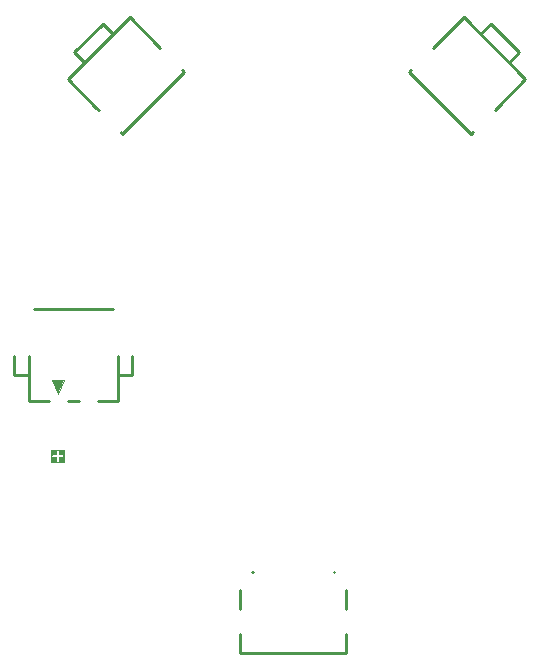
<source format=gbr>
%TF.GenerationSoftware,KiCad,Pcbnew,8.0.2*%
%TF.CreationDate,2024-07-05T22:45:24+08:00*%
%TF.ProjectId,controller,636f6e74-726f-46c6-9c65-722e6b696361,rev?*%
%TF.SameCoordinates,Original*%
%TF.FileFunction,Legend,Bot*%
%TF.FilePolarity,Positive*%
%FSLAX46Y46*%
G04 Gerber Fmt 4.6, Leading zero omitted, Abs format (unit mm)*
G04 Created by KiCad (PCBNEW 8.0.2) date 2024-07-05 22:45:24*
%MOMM*%
%LPD*%
G01*
G04 APERTURE LIST*
%ADD10C,0.150000*%
%ADD11C,0.254000*%
%ADD12C,0.120000*%
G04 APERTURE END LIST*
D10*
G36*
X103647890Y-91454489D02*
G01*
X102516646Y-91454489D01*
X102516646Y-90874234D01*
X102627757Y-90874234D01*
X102627757Y-90903498D01*
X102638956Y-90930534D01*
X102659648Y-90951226D01*
X102686684Y-90962425D01*
X102701316Y-90963866D01*
X103008113Y-90963296D01*
X103008709Y-91284451D01*
X103019908Y-91311487D01*
X103040600Y-91332179D01*
X103067636Y-91343378D01*
X103096900Y-91343378D01*
X103123936Y-91332179D01*
X103144628Y-91311487D01*
X103155827Y-91284451D01*
X103157268Y-91269819D01*
X103156698Y-90963020D01*
X103477852Y-90962425D01*
X103504888Y-90951226D01*
X103525580Y-90930534D01*
X103536779Y-90903498D01*
X103536779Y-90874234D01*
X103525580Y-90847198D01*
X103504888Y-90826506D01*
X103477852Y-90815307D01*
X103463220Y-90813866D01*
X103156422Y-90814435D01*
X103155827Y-90493282D01*
X103144628Y-90466246D01*
X103123936Y-90445554D01*
X103096900Y-90434355D01*
X103067636Y-90434355D01*
X103040600Y-90445554D01*
X103019908Y-90466246D01*
X103008709Y-90493282D01*
X103007268Y-90507914D01*
X103007837Y-90814711D01*
X102686684Y-90815307D01*
X102659648Y-90826506D01*
X102638956Y-90847198D01*
X102627757Y-90874234D01*
X102516646Y-90874234D01*
X102516646Y-90323244D01*
X103647890Y-90323244D01*
X103647890Y-91454489D01*
G37*
D11*
%TO.C,SW4*%
X132969269Y-58198141D02*
X132839161Y-58328249D01*
X138071751Y-63560839D02*
X132839161Y-58328249D01*
X135038970Y-56128439D02*
X134830374Y-56337036D01*
X135038970Y-56128439D02*
X137435355Y-53732054D01*
X142667946Y-58964645D02*
X137435355Y-53732054D01*
X138849569Y-55146268D02*
X139733452Y-54262385D01*
X142137615Y-56666548D02*
X139733452Y-54262385D01*
X141253732Y-57550431D02*
X142137615Y-56666548D01*
X138071751Y-63560839D02*
X138201859Y-63430731D01*
X140062964Y-61569626D02*
X140361363Y-61271227D01*
X140361363Y-61271227D02*
X142667946Y-58964645D01*
%TO.C,J1*%
X127470000Y-105967000D02*
X127470000Y-107500000D01*
X127470000Y-102167000D02*
X127470000Y-103833000D01*
X126503000Y-100700000D02*
X126431000Y-100700000D01*
X119569000Y-100700000D02*
X119497000Y-100700000D01*
X118530000Y-107500000D02*
X127470000Y-107500000D01*
X118530000Y-105967000D02*
X118530000Y-107500000D01*
X118530000Y-102167000D02*
X118530000Y-103833000D01*
D12*
%TO.C,J2*%
X103130000Y-85607000D02*
X102622000Y-84464000D01*
X103511000Y-84464000D01*
X103638000Y-84464000D01*
X103130000Y-85607000D01*
G36*
X103130000Y-85607000D02*
G01*
X102622000Y-84464000D01*
X103511000Y-84464000D01*
X103638000Y-84464000D01*
X103130000Y-85607000D01*
G37*
D11*
X109400000Y-82406000D02*
X109400000Y-83975000D01*
X108150000Y-86225000D02*
X108150000Y-83975000D01*
X108150000Y-83975000D02*
X109400000Y-83975000D01*
X108150000Y-82406000D02*
X108150000Y-83975000D01*
X107747000Y-78425000D02*
X101053000Y-78425000D01*
X106501000Y-86225000D02*
X108150000Y-86225000D01*
X103961000Y-86225000D02*
X104839000Y-86225000D01*
X100675000Y-86200000D02*
X100675000Y-83975000D01*
X100675000Y-82406000D02*
X100675000Y-83975000D01*
X100650000Y-86225000D02*
X102299000Y-86225000D01*
X100650000Y-86225000D02*
X100675000Y-86200000D01*
X99400000Y-83975000D02*
X100675000Y-83975000D01*
X99400000Y-82406000D02*
X99400000Y-83975000D01*
%TO.C,SW7*%
X108398141Y-63430731D02*
X108528249Y-63560839D01*
X113760839Y-58328249D02*
X108528249Y-63560839D01*
X106328439Y-61361030D02*
X106537036Y-61569626D01*
X106328439Y-61361030D02*
X103932054Y-58964645D01*
X109164645Y-53732054D02*
X103932054Y-58964645D01*
X105346268Y-57550431D02*
X104462385Y-56666548D01*
X106866548Y-54262385D02*
X104462385Y-56666548D01*
X107750431Y-55146268D02*
X106866548Y-54262385D01*
X113760839Y-58328249D02*
X113630731Y-58198141D01*
X111769626Y-56337036D02*
X111471227Y-56038637D01*
X111471227Y-56038637D02*
X109164645Y-53732054D01*
%TD*%
M02*

</source>
